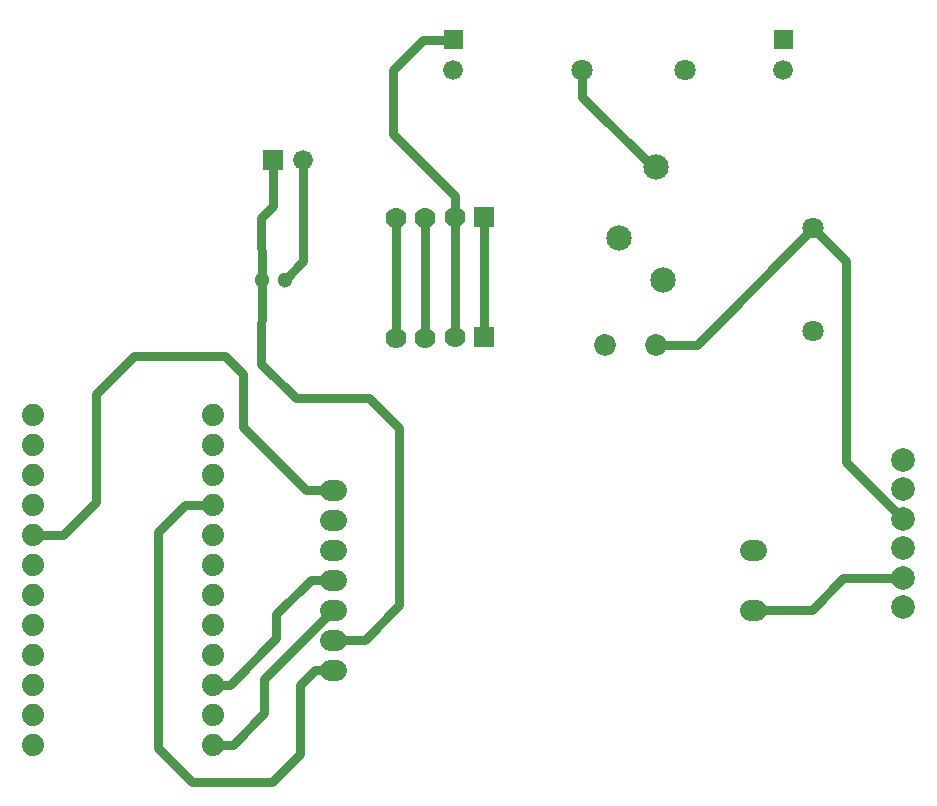
<source format=gbl>
G04 Layer: BottomLayer*
G04 EasyEDA v6.4.19.5, 2021-06-12T21:58:25+03:00*
G04 1ff6661c721349f79f7509290fd69735,53ba2d9ccfca4158b71df57a2e042f82,10*
G04 Gerber Generator version 0.2*
G04 Scale: 100 percent, Rotated: No, Reflected: No *
G04 Dimensions in millimeters *
G04 leading zeros omitted , absolute positions ,4 integer and 5 decimal *
%FSLAX45Y45*%
%MOMM*%

%ADD11C,0.8000*%
%ADD13C,1.8000*%
%ADD14C,1.8796*%
%ADD15R,1.6764X1.6764*%
%ADD16C,1.6764*%
%ADD17C,1.3000*%
%ADD18C,2.0000*%
%ADD19R,1.7780X1.7780*%
%ADD20C,1.7780*%
%ADD21C,2.1501*%
%ADD22C,1.8499*%

%LPD*%
D11*
X3401999Y-2540000D02*
G01*
X3556000Y-2385999D01*
X3556000Y-1524000D01*
X3201924Y-2540000D02*
G01*
X3200400Y-2019300D01*
X3302000Y-1917700D01*
X3302000Y-1524000D01*
X3810000Y-4318000D02*
G01*
X3581400Y-4318000D01*
X3048000Y-3784600D01*
X3048000Y-3340100D01*
X2895600Y-3187700D01*
X2120900Y-3187700D01*
X1803400Y-3505200D01*
X1803400Y-4419600D01*
X1524000Y-4699000D01*
X1270000Y-4699000D01*
X3201924Y-2540000D02*
G01*
X3200400Y-3251200D01*
X3492500Y-3543300D01*
X4114800Y-3543300D01*
X4368800Y-3797300D01*
X4368800Y-5295900D01*
X4076700Y-5588000D01*
X3810000Y-5588000D01*
X2794000Y-4445000D02*
G01*
X2552700Y-4445000D01*
X2324100Y-4673600D01*
X2324100Y-6502400D01*
X2616200Y-6794500D01*
X3289300Y-6794500D01*
X3530600Y-6553200D01*
X3530600Y-5969000D01*
X3657600Y-5842000D01*
X3810000Y-5842000D01*
X2794000Y-5969000D02*
G01*
X2933700Y-5969000D01*
X3327400Y-5575300D01*
X3327400Y-5372100D01*
X3619500Y-5080000D01*
X3810000Y-5080000D01*
X3810000Y-5334000D02*
G01*
X3225800Y-5918200D01*
X3225800Y-6210300D01*
X2959100Y-6477000D01*
X2794000Y-6477000D01*
X7874000Y-2104999D02*
G01*
X8153400Y-2384399D01*
X8153400Y-4081526D01*
X8636000Y-4564126D01*
X7366000Y-5334000D02*
G01*
X7861300Y-5334000D01*
X8128000Y-5067300D01*
X8632697Y-5067300D01*
X8636000Y-5063997D01*
X6539001Y-3090011D02*
G01*
X6888988Y-3090011D01*
X7874000Y-2104999D01*
X5088991Y-2013000D02*
G01*
X5088991Y-3029000D01*
X4839004Y-2013000D02*
G01*
X4839004Y-3029000D01*
X4588992Y-2019249D02*
G01*
X4588992Y-3035249D01*
X4339005Y-2015870D02*
G01*
X4339005Y-3031870D01*
X4839004Y-2013000D02*
G01*
X4839004Y-1829104D01*
X4318000Y-1308100D01*
X4318000Y-762000D01*
X4572000Y-508000D01*
X4826000Y-508000D01*
X6539001Y-1590014D02*
G01*
X6517614Y-1590014D01*
X5918200Y-990600D01*
X5918200Y-765200D01*
X5914999Y-762000D01*
D13*
G01*
X6785000Y-762000D03*
G01*
X5914999Y-762000D03*
G01*
X7874000Y-2975000D03*
G01*
X7874000Y-2104999D03*
D14*
G01*
X1270000Y-6477000D03*
G01*
X1270000Y-6223000D03*
G01*
X1270000Y-5969000D03*
G01*
X1270000Y-5715000D03*
G01*
X1270000Y-5461000D03*
G01*
X1270000Y-5207000D03*
G01*
X1270000Y-4953000D03*
G01*
X1270000Y-4699000D03*
G01*
X1270000Y-4445000D03*
G01*
X1270000Y-4191000D03*
G01*
X1270000Y-3937000D03*
G01*
X1270000Y-3683000D03*
G01*
X2794000Y-3683000D03*
G01*
X2794000Y-3937000D03*
G01*
X2794000Y-4191000D03*
G01*
X2794000Y-4445000D03*
G01*
X2794000Y-4699000D03*
G01*
X2794000Y-4953000D03*
G01*
X2794000Y-5207000D03*
G01*
X2794000Y-5461000D03*
G01*
X2794000Y-5715000D03*
G01*
X2794000Y-5969000D03*
G01*
X2794000Y-6223000D03*
G01*
X2794000Y-6477000D03*
G36*
X7536179Y-424179D02*
G01*
X7703820Y-424179D01*
X7703820Y-591820D01*
X7536179Y-591820D01*
G37*
D16*
G01*
X7620000Y-762000D03*
G36*
X4742179Y-424179D02*
G01*
X4909820Y-424179D01*
X4909820Y-591820D01*
X4742179Y-591820D01*
G37*
G01*
X4826000Y-762000D03*
D15*
G01*
X3302000Y-1524000D03*
D16*
G01*
X3556000Y-1524000D03*
D17*
G01*
X3401999Y-2540000D03*
G01*
X3202000Y-2540000D03*
D18*
G01*
X8636000Y-4064000D03*
G01*
X8636000Y-4313936D03*
G01*
X8636000Y-4564126D03*
G01*
X8636000Y-4814062D03*
G01*
X8636000Y-5063997D03*
G01*
X8636000Y-5313934D03*
D19*
G01*
X5088991Y-2013000D03*
D20*
G01*
X4839004Y-2013000D03*
G01*
X4588992Y-2019249D03*
G01*
X4339005Y-2015870D03*
D19*
G01*
X5088991Y-3029000D03*
D20*
G01*
X4839004Y-3029000D03*
G01*
X4588992Y-3035249D03*
G01*
X4339005Y-3031870D03*
D21*
G01*
X6539001Y-1590014D03*
G01*
X6223990Y-2190013D03*
G01*
X6604000Y-2540000D03*
D22*
G01*
X6109004Y-3090011D03*
G01*
X6539001Y-3090011D03*
D20*
X3784600Y-5842000D02*
G01*
X3835400Y-5842000D01*
X3784600Y-5588000D02*
G01*
X3835400Y-5588000D01*
X3784600Y-5334000D02*
G01*
X3835400Y-5334000D01*
X3784600Y-5080000D02*
G01*
X3835400Y-5080000D01*
X3784600Y-4826000D02*
G01*
X3835400Y-4826000D01*
X3784600Y-4572000D02*
G01*
X3835400Y-4572000D01*
X3784600Y-4318000D02*
G01*
X3835400Y-4318000D01*
X7340600Y-5334000D02*
G01*
X7391400Y-5334000D01*
X7340600Y-4826000D02*
G01*
X7391400Y-4826000D01*
M02*

</source>
